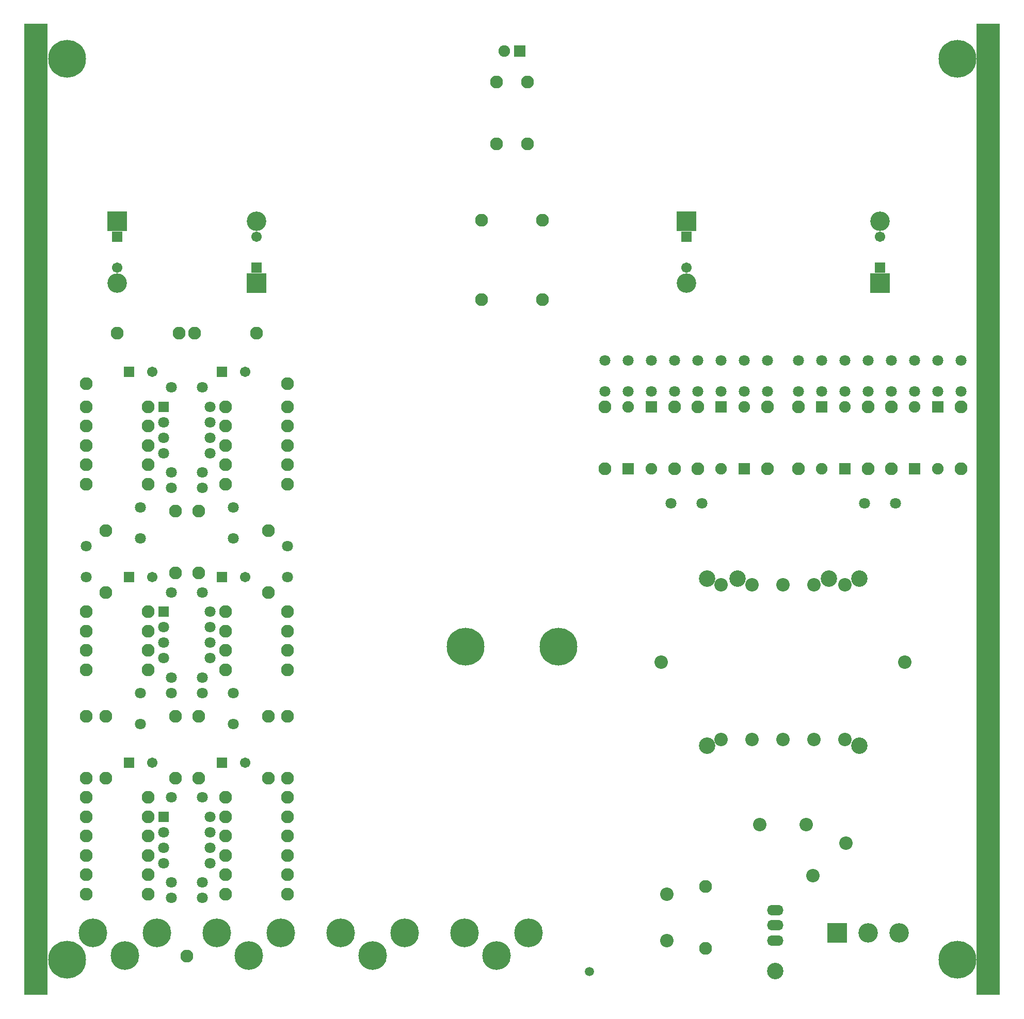
<source format=gbs>
%FSLAX24Y24*%
%MOIN*%
G70*
G01*
G75*
G04 Layer_Color=16711935*
%ADD10R,0.1181X0.2165*%
%ADD11C,0.0300*%
%ADD12C,0.0400*%
%ADD13C,0.0500*%
%ADD14C,0.2000*%
%ADD15C,0.0100*%
%ADD16C,0.2362*%
%ADD17C,0.2362*%
%ADD18C,0.0787*%
%ADD19O,0.0984X0.0591*%
%ADD20C,0.0984*%
%ADD21C,0.0787*%
%ADD22C,0.0669*%
%ADD23R,0.0669X0.0669*%
%ADD24R,0.0669X0.0669*%
%ADD25C,0.0748*%
%ADD26C,0.0591*%
%ADD27R,0.0591X0.0591*%
%ADD28R,0.0591X0.0591*%
%ADD29C,0.0630*%
%ADD30R,0.1181X0.1181*%
%ADD31C,0.1181*%
%ADD32C,0.1181*%
%ADD33R,0.1181X0.1181*%
%ADD34C,0.1772*%
%ADD35C,0.0630*%
%ADD36R,0.0630X0.0630*%
%ADD37C,0.0748*%
%ADD38C,0.0512*%
%ADD39C,0.0500*%
%ADD40C,0.0591*%
%ADD41C,0.0700*%
%ADD42C,0.0800*%
%ADD43C,0.0600*%
%ADD44R,0.1261X0.2245*%
%ADD45C,0.2442*%
%ADD46C,0.2442*%
%ADD47C,0.0867*%
%ADD48O,0.1064X0.0671*%
%ADD49C,0.1064*%
%ADD50C,0.0867*%
%ADD51C,0.0749*%
%ADD52R,0.0749X0.0749*%
%ADD53R,0.0749X0.0749*%
%ADD54C,0.0828*%
%ADD55C,0.0671*%
%ADD56R,0.0671X0.0671*%
%ADD57R,0.0671X0.0671*%
%ADD58C,0.0710*%
%ADD59R,0.1261X0.1261*%
%ADD60C,0.1261*%
%ADD61C,0.1261*%
%ADD62R,0.1261X0.1261*%
%ADD63C,0.1852*%
%ADD64C,0.0710*%
%ADD65R,0.0710X0.0710*%
%ADD66C,0.0828*%
%ADD67C,0.0592*%
G36*
X-30000Y-47500D02*
X-31500D01*
Y15250D01*
X-30000D01*
Y-47500D01*
D02*
G37*
G36*
X31500D02*
X30000D01*
Y15250D01*
X31500D01*
Y-47500D01*
D02*
G37*
D45*
X-3000Y-25000D02*
D03*
X3000D02*
D03*
X28750Y-45250D02*
D03*
Y13000D02*
D03*
X-28750D02*
D03*
D46*
Y-45250D02*
D03*
D47*
X9626Y-26000D02*
D03*
X25374D02*
D03*
X21561Y-37689D02*
D03*
X19439Y-39811D02*
D03*
X21500Y-21000D02*
D03*
X19500D02*
D03*
X17500D02*
D03*
X15500D02*
D03*
X13500D02*
D03*
X15500Y-31000D02*
D03*
X17500D02*
D03*
X19500D02*
D03*
X19000Y-36500D02*
D03*
X16000D02*
D03*
X10000Y-44000D02*
D03*
Y-41000D02*
D03*
D48*
X17000Y-42031D02*
D03*
Y-43016D02*
D03*
Y-44000D02*
D03*
D49*
Y-45968D02*
D03*
X22421Y-20587D02*
D03*
X20453D02*
D03*
X14547D02*
D03*
X12579D02*
D03*
Y-31413D02*
D03*
X22421D02*
D03*
D50*
X13500Y-31000D02*
D03*
X21500D02*
D03*
D51*
X26000Y-9500D02*
D03*
X27500Y-13500D02*
D03*
X20000D02*
D03*
X13500D02*
D03*
X15000Y-9500D02*
D03*
X7500D02*
D03*
X21500D02*
D03*
X9000Y-13500D02*
D03*
X-492Y13500D02*
D03*
D52*
X26000Y-13500D02*
D03*
X27500Y-9500D02*
D03*
X20000D02*
D03*
X13500D02*
D03*
X15000Y-13500D02*
D03*
X7500D02*
D03*
X21500D02*
D03*
X9000Y-9500D02*
D03*
D53*
X492Y13500D02*
D03*
D54*
X-14500Y-8000D02*
D03*
X-27500D02*
D03*
X23000Y-9500D02*
D03*
Y-13500D02*
D03*
X-25500Y-4750D02*
D03*
X-16500D02*
D03*
X24500Y-9500D02*
D03*
Y-13500D02*
D03*
X1000Y11500D02*
D03*
Y7500D02*
D03*
X18500Y-9500D02*
D03*
Y-13500D02*
D03*
X6000D02*
D03*
Y-9500D02*
D03*
X12000D02*
D03*
Y-13500D02*
D03*
X10500Y-9500D02*
D03*
Y-13500D02*
D03*
X-1000Y7500D02*
D03*
Y11500D02*
D03*
X16500Y-13500D02*
D03*
Y-9500D02*
D03*
X29000D02*
D03*
Y-13500D02*
D03*
X12500Y-44500D02*
D03*
Y-40500D02*
D03*
X-27500Y-41000D02*
D03*
X-23500D02*
D03*
X-27500Y-39750D02*
D03*
X-23500D02*
D03*
X-27500Y-38500D02*
D03*
X-23500D02*
D03*
X-27500Y-37250D02*
D03*
X-23500D02*
D03*
X-27500Y-36000D02*
D03*
X-23500D02*
D03*
X-21750Y-33500D02*
D03*
Y-29500D02*
D03*
X-20250Y-33500D02*
D03*
Y-29500D02*
D03*
X-23500Y-34750D02*
D03*
X-27500D02*
D03*
X-26250Y-29500D02*
D03*
Y-33500D02*
D03*
X-27500D02*
D03*
Y-29500D02*
D03*
Y-26500D02*
D03*
X-23500D02*
D03*
X-27500Y-25250D02*
D03*
X-23500D02*
D03*
Y-24000D02*
D03*
X-27500D02*
D03*
X-23500Y-22750D02*
D03*
X-27500D02*
D03*
X-20250Y-20250D02*
D03*
Y-16250D02*
D03*
X-21750Y-20250D02*
D03*
Y-16250D02*
D03*
X-26250Y-17500D02*
D03*
Y-21500D02*
D03*
X-27500Y-14500D02*
D03*
X-23500D02*
D03*
Y-9500D02*
D03*
X-27500D02*
D03*
X-23500Y-10750D02*
D03*
X-27500D02*
D03*
Y-12000D02*
D03*
X-23500D02*
D03*
X-27500Y-13250D02*
D03*
X-23500D02*
D03*
X-14500Y-41000D02*
D03*
X-18500D02*
D03*
X-14500Y-39750D02*
D03*
X-18500D02*
D03*
X-14500Y-36000D02*
D03*
X-18500D02*
D03*
X-14500Y-38500D02*
D03*
X-18500D02*
D03*
X-14500Y-37250D02*
D03*
X-18500D02*
D03*
Y-34750D02*
D03*
X-14500D02*
D03*
X-15750Y-29500D02*
D03*
Y-33500D02*
D03*
X-14500D02*
D03*
Y-29500D02*
D03*
Y-26500D02*
D03*
X-18500D02*
D03*
X-14500Y-25250D02*
D03*
X-18500D02*
D03*
Y-24000D02*
D03*
X-14500D02*
D03*
X-18500Y-22750D02*
D03*
X-14500D02*
D03*
X-15750Y-17500D02*
D03*
Y-21500D02*
D03*
X-14500Y-13250D02*
D03*
X-18500D02*
D03*
X-14500Y-14500D02*
D03*
X-18500D02*
D03*
Y-10750D02*
D03*
X-14500D02*
D03*
Y-12000D02*
D03*
X-18500D02*
D03*
Y-9500D02*
D03*
X-14500D02*
D03*
X-21500Y-4750D02*
D03*
X-20500D02*
D03*
X-21000Y-45000D02*
D03*
D55*
X-23250Y-7250D02*
D03*
X-16500Y1500D02*
D03*
X-25500Y-500D02*
D03*
X11250D02*
D03*
X23750Y1500D02*
D03*
X-17250Y-32500D02*
D03*
X-23250D02*
D03*
Y-20500D02*
D03*
X-17250Y-7250D02*
D03*
Y-20500D02*
D03*
D56*
X-24750Y-7250D02*
D03*
X-18750Y-32500D02*
D03*
X-24750D02*
D03*
Y-20500D02*
D03*
X-18750Y-7250D02*
D03*
Y-20500D02*
D03*
D57*
X-16500Y-500D02*
D03*
X-25500Y1500D02*
D03*
X11250D02*
D03*
X23750Y-500D02*
D03*
D58*
X18500Y-8500D02*
D03*
X23000D02*
D03*
X18500Y-6500D02*
D03*
X23000D02*
D03*
X29000Y-8500D02*
D03*
Y-6500D02*
D03*
X21500D02*
D03*
X24500Y-8500D02*
D03*
Y-6500D02*
D03*
X16500Y-8500D02*
D03*
Y-6500D02*
D03*
X6000D02*
D03*
Y-8500D02*
D03*
X12000D02*
D03*
Y-6500D02*
D03*
X10500Y-8500D02*
D03*
Y-6500D02*
D03*
X26000D02*
D03*
Y-8500D02*
D03*
X21500D02*
D03*
X27500D02*
D03*
Y-6500D02*
D03*
X20000Y-8500D02*
D03*
Y-6500D02*
D03*
X7500D02*
D03*
Y-8500D02*
D03*
X13500D02*
D03*
Y-6500D02*
D03*
X9000Y-8500D02*
D03*
Y-6500D02*
D03*
X15000D02*
D03*
Y-8500D02*
D03*
X12250Y-15750D02*
D03*
X10250D02*
D03*
X24750D02*
D03*
X22750D02*
D03*
X-22000Y-40250D02*
D03*
X-20000D02*
D03*
Y-41250D02*
D03*
X-22000D02*
D03*
Y-34750D02*
D03*
X-20000D02*
D03*
X-22000Y-27000D02*
D03*
X-20000D02*
D03*
X-24000Y-30000D02*
D03*
Y-28000D02*
D03*
X-20000D02*
D03*
X-22000D02*
D03*
Y-21500D02*
D03*
X-20000D02*
D03*
Y-14750D02*
D03*
X-22000D02*
D03*
Y-13750D02*
D03*
X-20000D02*
D03*
X-24000Y-18000D02*
D03*
Y-16000D02*
D03*
X-27500Y-20500D02*
D03*
Y-18500D02*
D03*
X-22000Y-8250D02*
D03*
X-20000D02*
D03*
X-18000Y-30000D02*
D03*
Y-28000D02*
D03*
Y-18000D02*
D03*
Y-16000D02*
D03*
X-14500Y-20500D02*
D03*
Y-18500D02*
D03*
D59*
X23750Y-1500D02*
D03*
X-25500Y2500D02*
D03*
X-16500Y-1500D02*
D03*
X11250Y2500D02*
D03*
D60*
X23750D02*
D03*
X-25500Y-1500D02*
D03*
X-16500Y2500D02*
D03*
X11250Y-1500D02*
D03*
D61*
X25000Y-43500D02*
D03*
X23000D02*
D03*
D62*
X21000D02*
D03*
D63*
X-1000Y-44970D02*
D03*
X1067Y-43494D02*
D03*
X-3067D02*
D03*
X-17000Y-44970D02*
D03*
X-14933Y-43494D02*
D03*
X-19067D02*
D03*
X-9000Y-44970D02*
D03*
X-6933Y-43494D02*
D03*
X-11067D02*
D03*
X-27067D02*
D03*
X-22933D02*
D03*
X-25000Y-44970D02*
D03*
D64*
X-19500Y-39000D02*
D03*
Y-38000D02*
D03*
Y-37000D02*
D03*
Y-36000D02*
D03*
X-22500Y-37000D02*
D03*
Y-38000D02*
D03*
Y-39000D02*
D03*
X-19500Y-25750D02*
D03*
Y-24750D02*
D03*
Y-23750D02*
D03*
Y-22750D02*
D03*
X-22500Y-23750D02*
D03*
Y-24750D02*
D03*
Y-25750D02*
D03*
X-19500Y-12500D02*
D03*
Y-11500D02*
D03*
Y-10500D02*
D03*
Y-9500D02*
D03*
X-22500Y-10500D02*
D03*
Y-11500D02*
D03*
Y-12500D02*
D03*
D65*
Y-36000D02*
D03*
Y-22750D02*
D03*
Y-9500D02*
D03*
D66*
X1969Y2559D02*
D03*
X-1969D02*
D03*
X1969Y-2559D02*
D03*
X-1969D02*
D03*
D67*
X5000Y-46000D02*
D03*
M02*

</source>
